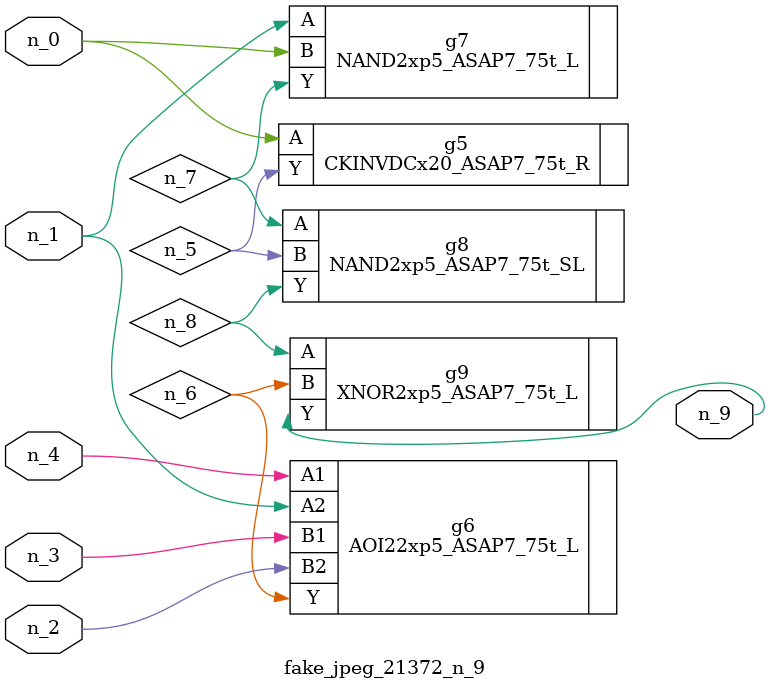
<source format=v>
module fake_jpeg_21372_n_9 (n_3, n_2, n_1, n_0, n_4, n_9);

input n_3;
input n_2;
input n_1;
input n_0;
input n_4;

output n_9;

wire n_8;
wire n_6;
wire n_5;
wire n_7;

CKINVDCx20_ASAP7_75t_R g5 ( 
.A(n_0),
.Y(n_5)
);

AOI22xp5_ASAP7_75t_L g6 ( 
.A1(n_4),
.A2(n_1),
.B1(n_3),
.B2(n_2),
.Y(n_6)
);

NAND2xp5_ASAP7_75t_L g7 ( 
.A(n_1),
.B(n_0),
.Y(n_7)
);

NAND2xp5_ASAP7_75t_SL g8 ( 
.A(n_7),
.B(n_5),
.Y(n_8)
);

XNOR2xp5_ASAP7_75t_L g9 ( 
.A(n_8),
.B(n_6),
.Y(n_9)
);


endmodule
</source>
